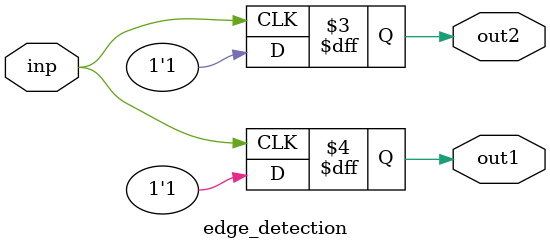
<source format=v>
module edge_detection (
    input inp,
    output reg out1,
    output reg out2
);
  always @(posedge inp) out1 = 1'b1;
  always @(negedge inp) out2 = 1'b1;
endmodule


</source>
